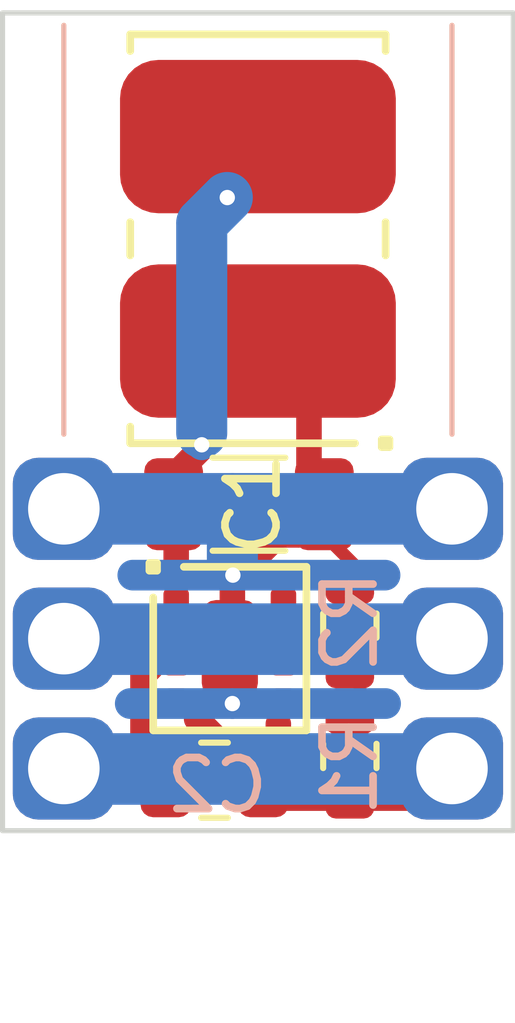
<source format=kicad_pcb>
(kicad_pcb (version 20221018) (generator pcbnew)
  (layers (0 "F.Cu" signal) (31 "B.Cu" signal) (34 "B.Paste" user) (35 "F.Paste" user) (36 "B.SilkS" user "B.Silkscreen") (37 "F.SilkS" user "F.Silkscreen") (38 "B.Mask" user) (39 "F.Mask" user) (44 "Edge.Cuts" user))
  (net 0 "")
  (net 1 "+15V")
  (net 2 "GND")
  (net 3 "+5V")
  (net 4 "Net-(U1-FB)")
  (net 7 "DATA")
  (footprint "local:Holes" (layer "F.Cu") (at 143.8 103.2425 -90)
    (fp_text reference "J1" hide)
    (fp_text value "Conn_01x05_Socket")
    (fp_line (start -4 0) (end -12 0) (stroke (width 0.1)) (layer "B.SilkS"))
    (fp_line (start -4 0) (end -12 0) (stroke (width 0.1)) (layer "F.SilkS"))
    (pad "1" thru_hole roundrect (at -2.54 0 270) (size 2 2) (drill 1.4) (layers "*.Cu" "*.Mask") (net 2 "GND"))
    (pad "2" thru_hole roundrect (at 0 0 270) (size 2 2) (drill 1.4) (layers "*.Cu" "*.Mask") (net 7 "DATA"))
    (pad "3" thru_hole roundrect (at 2.54 0 270) (size 2 2) (drill 1.4) (layers "*.Cu" "*.Mask") (net 3 "+5V"))
  )
  (footprint "Resistor_SMD:R_0603_1608Metric" (layer "F.Cu") (at 141.8 105.5375 90)
    (fp_text reference "R1" (at -0.175 0 90) (layer "B.SilkS") (effects (justify mirror)))
    (fp_text value "52k3")
    (fp_line (start -0.237258 -0.5225) (end 0.237258 -0.5225) (stroke (width 0.12)) (layer "F.SilkS"))
    (fp_line (start -0.237258 0.5225) (end 0.237258 0.5225) (stroke (width 0.12)) (layer "F.SilkS"))
    (pad "1" smd roundrect (at -0.825 0 90) (size 0.8 0.95) (layers "F.Cu" "F.Paste" "F.Mask") (net 3 "+5V"))
    (pad "2" smd roundrect (at 0.825 0 90) (size 0.8 0.95) (layers "F.Cu" "F.Paste" "F.Mask") (net 4 "Net-(U1-FB)"))
  )
  (footprint "local:TPS82130" (layer "F.Cu") (at 139.45 103.4375 -90)
    (fp_text reference "U1" hide)
    (fp_text value "TPS82130")
    (fp_line (start -1.675 1.425) (end -1.525 1.425) (stroke (width 0.15)) (layer "F.SilkS"))
    (fp_line (start -1.675 1.575) (end -1.675 1.425) (stroke (width 0.15)) (layer "F.SilkS"))
    (fp_line (start -1.6 -1.5) (end -1.6 0.9) (stroke (width 0.15)) (layer "F.SilkS"))
    (fp_line (start -1.525 1.425) (end -1.525 1.575) (stroke (width 0.15)) (layer "F.SilkS"))
    (fp_line (start -1.525 1.575) (end -1.675 1.575) (stroke (width 0.15)) (layer "F.SilkS"))
    (fp_line (start -1 1.5) (end 1.6 1.5) (stroke (width 0.15)) (layer "F.SilkS"))
    (fp_line (start 1.6 -1.5) (end -1.6 -1.5) (stroke (width 0.15)) (layer "F.SilkS"))
    (fp_line (start 1.6 1.5) (end 1.6 -1.5) (stroke (width 0.15)) (layer "F.SilkS"))
    (pad "1" smd roundrect (at -0.975 1.05 270) (size 0.4 0.5) (layers "F.Cu" "F.Paste" "F.Mask") (net 1 "+15V"))
    (pad "2" smd roundrect (at -0.325 1.05 270) (size 0.4 0.5) (layers "F.Cu" "F.Paste" "F.Mask") (net 1 "+15V"))
    (pad "3" smd roundrect (at 0.325 1.05 270) (size 0.4 0.5) (layers "F.Cu" "F.Paste" "F.Mask") (net 2 "GND"))
    (pad "4" smd roundrect (at 0.975 1.05 270) (size 0.4 0.5) (layers "F.Cu" "F.Paste" "F.Mask") (net 3 "+5V"))
    (pad "5" smd roundrect (at 0.975 -1.05 270) (size 0.4 0.5) (layers "F.Cu" "F.Paste" "F.Mask") (net 3 "+5V"))
    (pad "6" smd roundrect (at 0.325 -1.05 270) (size 0.4 0.5) (layers "F.Cu" "F.Paste" "F.Mask") (net 4 "Net-(U1-FB)"))
    (pad "7" smd roundrect (at -0.325 -1.05 270) (size 0.4 0.5) (layers "F.Cu" "F.Paste" "F.Mask"))
    (pad "8" smd roundrect (at -0.975 -1.05 270) (size 0.4 0.5) (layers "F.Cu" "F.Paste" "F.Mask"))
    (pad "9" smd roundrect (at 0 0 270) (size 1.9 1.1) (layers "F.Cu" "F.Paste" "F.Mask") (net 2 "GND"))
  )
  (footprint "local:Holes" (layer "F.Cu") (at 136.2 103.2425 -90)
    (fp_text reference "J2" hide)
    (fp_text value "Conn_01x05_Socket")
    (fp_line (start -4 0) (end -12 0) (stroke (width 0.1)) (layer "B.SilkS"))
    (fp_line (start -4 0) (end -12 0) (stroke (width 0.1)) (layer "F.SilkS"))
    (pad "1" thru_hole roundrect (at -2.54 0 270) (size 2 2) (drill 1.4) (layers "*.Cu" "*.Mask") (net 2 "GND"))
    (pad "2" thru_hole roundrect (at 0 0 270) (size 2 2) (drill 1.4) (layers "*.Cu" "*.Mask") (net 7 "DATA"))
    (pad "3" thru_hole roundrect (at 2.54 0 270) (size 2 2) (drill 1.4) (layers "*.Cu" "*.Mask") (net 3 "+5V"))
  )
  (footprint "Resistor_SMD:R_0603_1608Metric" (layer "F.Cu") (at 141.8 102.9875 90)
    (fp_text reference "R2" (at 0.075 0 90) (layer "B.SilkS") (effects (justify mirror)))
    (fp_text value "10k")
    (fp_line (start -0.237258 -0.5225) (end 0.237258 -0.5225) (stroke (width 0.12)) (layer "F.SilkS"))
    (fp_line (start -0.237258 0.5225) (end 0.237258 0.5225) (stroke (width 0.12)) (layer "F.SilkS"))
    (pad "1" smd roundrect (at -0.825 0 90) (size 0.8 0.95) (layers "F.Cu" "F.Paste" "F.Mask") (net 4 "Net-(U1-FB)"))
    (pad "2" smd roundrect (at 0.825 0 90) (size 0.8 0.95) (layers "F.Cu" "F.Paste" "F.Mask") (net 2 "GND"))
  )
  (footprint "Capacitor_SMD:C_0805_2012Metric" (layer "F.Cu") (at 139.15 106.0125 180)
    (fp_text reference "C2" (at -0.05 -0.1) (layer "B.SilkS") (effects (justify mirror)))
    (fp_text value "22u")
    (fp_line (start -0.261252 -0.735) (end 0.261252 -0.735) (stroke (width 0.12)) (layer "F.SilkS"))
    (fp_line (start -0.261252 0.735) (end 0.261252 0.735) (stroke (width 0.12)) (layer "F.SilkS"))
    (pad "1" smd roundrect (at -0.95 0 180) (size 1 1.45) (layers "F.Cu" "F.Paste" "F.Mask") (net 3 "+5V"))
    (pad "2" smd roundrect (at 0.95 0 180) (size 1 1.45) (layers "F.Cu" "F.Paste" "F.Mask") (net 2 "GND"))
  )
  (footprint "Capacitor_SMD:C_1206_3216Metric" (layer "F.Cu") (at 139.825 100.6125)
    (fp_text reference "C1" (at 0.075 0 90) (layer "F.SilkS"))
    (fp_text value "10u")
    (fp_line (start -0.711252 -0.91) (end 0.711252 -0.91) (stroke (width 0.12)) (layer "F.SilkS"))
    (fp_line (start -0.711252 0.91) (end 0.711252 0.91) (stroke (width 0.12)) (layer "F.SilkS"))
    (pad "1" smd roundrect (at -1.475 0) (size 1.15 1.8) (layers "F.Cu" "F.Paste" "F.Mask") (roundrect_rratio 0.217391) (net 1 "+15V"))
    (pad "2" smd roundrect (at 1.475 0) (size 1.15 1.8) (layers "F.Cu" "F.Paste" "F.Mask") (roundrect_rratio 0.217391) (net 2 "GND"))
  )
  (footprint "local:Kyocera-009176002001906" (layer "F.Cu") (at 140 95.42 90)
    (fp_text reference "J3" hide)
    (fp_text value "Conn_01x02")
    (fp_line (start -4.075 2.425) (end -3.925 2.425) (stroke (width 0.15)) (layer "F.SilkS"))
    (fp_line (start -4.075 2.575) (end -4.075 2.425) (stroke (width 0.15)) (layer "F.SilkS"))
    (fp_line (start -4 -2.5) (end -4 1.9) (stroke (width 0.15)) (layer "F.SilkS"))
    (fp_line (start -3.925 2.425) (end -3.925 2.575) (stroke (width 0.15)) (layer "F.SilkS"))
    (fp_line (start -3.925 2.575) (end -4.075 2.575) (stroke (width 0.15)) (layer "F.SilkS"))
    (fp_line (start -3.675 -2.5) (end -4 -2.5) (stroke (width 0.15)) (layer "F.SilkS"))
    (fp_line (start -0.325 2.5) (end 0.325 2.5) (stroke (width 0.15)) (layer "F.SilkS"))
    (fp_line (start 0.325 -2.5) (end -0.325 -2.5) (stroke (width 0.15)) (layer "F.SilkS"))
    (fp_line (start 3.675 2.5) (end 4 2.5) (stroke (width 0.15)) (layer "F.SilkS"))
    (fp_line (start 4 -2.5) (end 3.675 -2.5) (stroke (width 0.15)) (layer "F.SilkS"))
    (fp_line (start 4 2.5) (end 4 -2.5) (stroke (width 0.15)) (layer "F.SilkS"))
    (pad "1" smd roundrect (at -2 0 90) (size 3 5.4) (layers "F.Cu" "F.Paste" "F.Mask") (net 2 "GND"))
    (pad "2" smd roundrect (at 2 0 90) (size 3 5.4) (layers "F.Cu" "F.Paste" "F.Mask") (net 1 "+15V"))
  )
  (gr_rect (start 135 91) (end 145 107) (stroke (width 0.1)) (fill none) (layer "Edge.Cuts"))
  (segment (start 138.4 100.0125) (end 138.4 100.6125) (width 0.5) (layer "F.Cu") (net 1))
  (segment (start 138.4 103.1125) (end 138.4 102.4625) (width 0.25) (layer "F.Cu") (net 1))
  (segment (start 138.4 102.4625) (end 138.4 101.9125) (width 0.25) (layer "F.Cu") (net 1))
  (segment (start 138.4 101.9125) (end 138.4 100.6625) (width 0.5) (layer "F.Cu") (net 1))
  (segment (start 138.4 100.6625) (end 138.35 100.6125) (width 0.5) (layer "F.Cu") (net 1))
  (segment (start 138.9 99.5125) (end 138.4 100.0125) (width 0.5) (layer "F.Cu") (net 1))
  (via (at 139.4 94.6125) (size 0.6) (drill 0.3) (layers "F.Cu" "B.Cu") (net 1))
  (via (at 138.9 99.45) (size 0.6) (drill 0.3) (layers "F.Cu" "B.Cu") (net 1))
  (segment (start 138.9 99.2125) (end 138.9 95.1125) (width 1) (layer "B.Cu") (net 1))
  (segment (start 138.9 95.1125) (end 139.4 94.6125) (width 1) (layer "B.Cu") (net 1))
  (segment (start 137.9 103.8125) (end 137.75 103.9625) (width 0.5) (layer "F.Cu") (net 2))
  (segment (start 140.4 101.2125) (end 140.8 101.2125) (width 0.5) (layer "F.Cu") (net 2))
  (segment (start 139.5 102.1125) (end 139.45 102.1625) (width 0.25) (layer "F.Cu") (net 2))
  (segment (start 137.75 105.2625) (end 138.2 105.7125) (width 0.5) (layer "F.Cu") (net 2))
  (segment (start 138.2 105.7125) (end 138.2 106.0125) (width 0.5) (layer "F.Cu") (net 2))
  (segment (start 141.3 100.6125) (end 143.9 100.6125) (width 0.5) (layer "F.Cu") (net 2))
  (segment (start 139.45 103.2625) (end 139.7 103.0125) (width 0.25) (layer "F.Cu") (net 2))
  (segment (start 143.9 100.6125) (end 144 100.7125) (width 0.5) (layer "F.Cu") (net 2))
  (segment (start 141 98.1725) (end 141 100.3125) (width 0.5) (layer "F.Cu") (net 2))
  (segment (start 137.75 103.9625) (end 137.75 105.2625) (width 0.5) (layer "F.Cu") (net 2))
  (segment (start 138.4 103.7625) (end 139.125 103.7625) (width 0.25) (layer "F.Cu") (net 2))
  (segment (start 139.45 103.2625) (end 139.45 103.4375) (width 0.25) (layer "F.Cu") (net 2))
  (segment (start 141.3 100.6125) (end 141.3 101.2125) (width 0.25) (layer "F.Cu") (net 2))
  (segment (start 139.125 103.7625) (end 139.45 103.4375) (width 0.25) (layer "F.Cu") (net 2))
  (segment (start 140.8 101.2125) (end 141.3 100.7125) (width 0.5) (layer "F.Cu") (net 2))
  (segment (start 141 100.3125) (end 141.3 100.6125) (width 0.5) (layer "F.Cu") (net 2))
  (segment (start 138.4 103.7625) (end 137.95 103.7625) (width 0.25) (layer "F.Cu") (net 2))
  (segment (start 137.95 103.7625) (end 137.9 103.8125) (width 0.25) (layer "F.Cu") (net 2))
  (segment (start 139.5 102.0125) (end 139.5 103.3875) (width 0.5) (layer "F.Cu") (net 2))
  (segment (start 139.5 102.0125) (end 139.6 102.0125) (width 0.5) (layer "F.Cu") (net 2))
  (segment (start 139.5 103.3875) (end 139.45 103.4375) (width 0.5) (layer "F.Cu") (net 2))
  (segment (start 141.3 101.2125) (end 142 101.9125) (width 0.25) (layer "F.Cu") (net 2))
  (segment (start 139.6 102.0125) (end 140.4 101.2125) (width 0.5) (layer "F.Cu") (net 2))
  (segment (start 142 101.9125) (end 142 102.1625) (width 0.25) (layer "F.Cu") (net 2))
  (segment (start 141.3 100.7125) (end 141.3 100.6125) (width 0.5) (layer "F.Cu") (net 2))
  (via (at 139.5 104.5125) (size 0.6) (drill 0.3) (layers "F.Cu" "B.Cu") (net 2))
  (via (at 139.51 102) (size 0.6) (drill 0.3) (layers "F.Cu" "B.Cu") (net 2))
  (segment (start 136.2 100.7125) (end 136.8 100.7125) (width 1) (layer "B.Cu") (net 2))
  (segment (start 143.2 100.7125) (end 143.8 100.7125) (width 1) (layer "B.Cu") (net 2))
  (segment (start 139.51 102) (end 137.55 102) (width 0.6) (layer "B.Cu") (net 2))
  (segment (start 139.5 100.7025) (end 139.5 101.73) (width 1) (layer "B.Cu") (net 2))
  (segment (start 136.2 100.7025) (end 139.5 100.7025) (width 1.4) (layer "B.Cu") (net 2))
  (segment (start 139.5 100.7025) (end 143.8 100.7025) (width 1.4) (layer "B.Cu") (net 2))
  (segment (start 139.51 100.7125) (end 139.5 100.7025) (width 0.5) (layer "B.Cu") (net 2))
  (segment (start 139.5 104.5125) (end 137.5 104.5125) (width 0.6) (layer "B.Cu") (net 2))
  (segment (start 139.51 102) (end 142.49 102) (width 0.6) (layer "B.Cu") (net 2))
  (segment (start 139.5 104.5125) (end 142.5 104.5125) (width 0.6) (layer "B.Cu") (net 2))
  (segment (start 140.5 104.8125) (end 140.4 104.9125) (width 0.2) (layer "F.Cu") (net 3))
  (segment (start 140.45 106.3625) (end 140.1 106.0125) (width 0.5) (layer "F.Cu") (net 3))
  (segment (start 143.43 106.3625) (end 144 105.7925) (width 0.5) (layer "F.Cu") (net 3))
  (segment (start 138.8 104.8125) (end 138.4 104.4125) (width 0.2) (layer "F.Cu") (net 3))
  (segment (start 140.1 105.8125) (end 140.1 106.0125) (width 0.5) (layer "F.Cu") (net 3))
  (segment (start 139.8 105.5125) (end 140.1 105.8125) (width 0.5) (layer "F.Cu") (net 3))
  (segment (start 140.5 104.4125) (end 140.5 104.8125) (width 0.2) (layer "F.Cu") (net 3))
  (segment (start 138.8 104.8125) (end 139.5 105.5125) (width 0.5) (layer "F.Cu") (net 3))
  (segment (start 140.1 105.7125) (end 140.1 106.0125) (width 0.5) (layer "F.Cu") (net 3))
  (segment (start 142 106.3625) (end 143.43 106.3625) (width 0.5) (layer "F.Cu") (net 3))
  (segment (start 140.4 105.4125) (end 140.1 105.7125) (width 0.5) (layer "F.Cu") (net 3))
  (segment (start 139.5 105.5125) (end 139.8 105.5125) (width 0.5) (layer "F.Cu") (net 3))
  (segment (start 142 106.3625) (end 140.45 106.3625) (width 0.5) (layer "F.Cu") (net 3))
  (segment (start 140.4 104.9125) (end 140.4 105.4125) (width 0.5) (layer "F.Cu") (net 3))
  (segment (start 136.2 105.7825) (end 136.21 105.7925) (width 1) (layer "B.Cu") (net 3))
  (segment (start 136.21 105.7925) (end 143.79 105.7925) (width 1.4) (layer "B.Cu") (net 3))
  (segment (start 143.79 105.7925) (end 143.8 105.7825) (width 1) (layer "B.Cu") (net 3))
  (segment (start 141.95 103.7625) (end 142 103.8125) (width 0.25) (layer "F.Cu") (net 4))
  (segment (start 142 103.8125) (end 142 104.7125) (width 0.25) (layer "F.Cu") (net 4))
  (segment (start 140.5 103.7625) (end 141.95 103.7625) (width 0.25) (layer "F.Cu") (net 4))
  (segment (start 136.2 103.2425) (end 136.21 103.2525) (width 1) (layer "B.Cu") (net 7))
  (segment (start 136.21 103.2525) (end 143.79 103.2525) (width 1.4) (layer "B.Cu") (net 7))
  (segment (start 143.79 103.2525) (end 143.8 103.2425) (width 1) (layer "B.Cu") (net 7))
)
</source>
